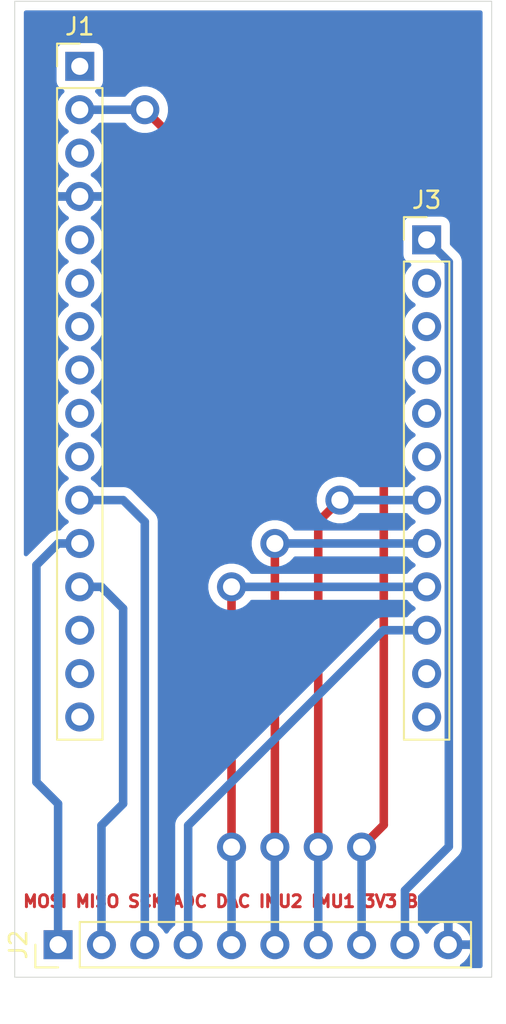
<source format=kicad_pcb>
(kicad_pcb (version 20171130) (host pcbnew "(5.1.6)-1")

  (general
    (thickness 1.6)
    (drawings 9)
    (tracks 60)
    (zones 0)
    (modules 3)
    (nets 29)
  )

  (page A4)
  (layers
    (0 F.Cu signal)
    (31 B.Cu signal)
    (32 B.Adhes user)
    (33 F.Adhes user)
    (34 B.Paste user)
    (35 F.Paste user)
    (36 B.SilkS user)
    (37 F.SilkS user)
    (38 B.Mask user)
    (39 F.Mask user)
    (40 Dwgs.User user)
    (41 Cmts.User user)
    (42 Eco1.User user)
    (43 Eco2.User user)
    (44 Edge.Cuts user)
    (45 Margin user)
    (46 B.CrtYd user)
    (47 F.CrtYd user)
    (48 B.Fab user)
    (49 F.Fab user)
  )

  (setup
    (last_trace_width 0.5)
    (user_trace_width 0.5)
    (trace_clearance 0.2)
    (zone_clearance 0.508)
    (zone_45_only no)
    (trace_min 0.2)
    (via_size 0.8)
    (via_drill 0.4)
    (via_min_size 0.4)
    (via_min_drill 0.3)
    (user_via 1.7 1)
    (uvia_size 0.3)
    (uvia_drill 0.1)
    (uvias_allowed no)
    (uvia_min_size 0.2)
    (uvia_min_drill 0.1)
    (edge_width 0.05)
    (segment_width 0.2)
    (pcb_text_width 0.3)
    (pcb_text_size 1.5 1.5)
    (mod_edge_width 0.12)
    (mod_text_size 1 1)
    (mod_text_width 0.15)
    (pad_size 1.524 1.524)
    (pad_drill 0.762)
    (pad_to_mask_clearance 0.05)
    (aux_axis_origin 0 0)
    (visible_elements 7FFFFFFF)
    (pcbplotparams
      (layerselection 0x01000_7ffffffe)
      (usegerberextensions false)
      (usegerberattributes true)
      (usegerberadvancedattributes true)
      (creategerberjobfile true)
      (excludeedgelayer true)
      (linewidth 0.100000)
      (plotframeref false)
      (viasonmask false)
      (mode 1)
      (useauxorigin false)
      (hpglpennumber 1)
      (hpglpenspeed 20)
      (hpglpendiameter 15.000000)
      (psnegative false)
      (psa4output false)
      (plotreference true)
      (plotvalue true)
      (plotinvisibletext false)
      (padsonsilk false)
      (subtractmaskfromsilk false)
      (outputformat 1)
      (mirror false)
      (drillshape 0)
      (scaleselection 1)
      (outputdirectory "v2/"))
  )

  (net 0 "")
  (net 1 "Net-(J1-Pad16)")
  (net 2 "Net-(J1-Pad15)")
  (net 3 "Net-(J1-Pad14)")
  (net 4 MISO)
  (net 5 MOSI)
  (net 6 SCK)
  (net 7 "Net-(J1-Pad10)")
  (net 8 "Net-(J1-Pad9)")
  (net 9 "Net-(J1-Pad8)")
  (net 10 "Net-(J1-Pad7)")
  (net 11 "Net-(J1-Pad6)")
  (net 12 "Net-(J1-Pad5)")
  (net 13 GND)
  (net 14 "Net-(J1-Pad3)")
  (net 15 3.3V)
  (net 16 "Net-(J1-Pad1)")
  (net 17 BAT)
  (net 18 CS_IMU1)
  (net 19 CS_IMU2)
  (net 20 CS_DAC)
  (net 21 CS_ADC)
  (net 22 "Net-(J3-Pad12)")
  (net 23 "Net-(J3-Pad11)")
  (net 24 "Net-(J3-Pad6)")
  (net 25 "Net-(J3-Pad5)")
  (net 26 "Net-(J3-Pad4)")
  (net 27 "Net-(J3-Pad3)")
  (net 28 "Net-(J3-Pad2)")

  (net_class Default "This is the default net class."
    (clearance 0.2)
    (trace_width 0.25)
    (via_dia 0.8)
    (via_drill 0.4)
    (uvia_dia 0.3)
    (uvia_drill 0.1)
    (add_net 3.3V)
    (add_net BAT)
    (add_net CS_ADC)
    (add_net CS_DAC)
    (add_net CS_IMU1)
    (add_net CS_IMU2)
    (add_net GND)
    (add_net MISO)
    (add_net MOSI)
    (add_net "Net-(J1-Pad1)")
    (add_net "Net-(J1-Pad10)")
    (add_net "Net-(J1-Pad14)")
    (add_net "Net-(J1-Pad15)")
    (add_net "Net-(J1-Pad16)")
    (add_net "Net-(J1-Pad3)")
    (add_net "Net-(J1-Pad5)")
    (add_net "Net-(J1-Pad6)")
    (add_net "Net-(J1-Pad7)")
    (add_net "Net-(J1-Pad8)")
    (add_net "Net-(J1-Pad9)")
    (add_net "Net-(J3-Pad11)")
    (add_net "Net-(J3-Pad12)")
    (add_net "Net-(J3-Pad2)")
    (add_net "Net-(J3-Pad3)")
    (add_net "Net-(J3-Pad4)")
    (add_net "Net-(J3-Pad5)")
    (add_net "Net-(J3-Pad6)")
    (add_net SCK)
  )

  (module Connector_PinHeader_2.54mm:PinHeader_1x10_P2.54mm_Vertical (layer F.Cu) (tedit 59FED5CC) (tstamp 5F1A87FE)
    (at 115.57 139.065 90)
    (descr "Through hole straight pin header, 1x10, 2.54mm pitch, single row")
    (tags "Through hole pin header THT 1x10 2.54mm single row")
    (path /5F182893)
    (fp_text reference J2 (at 0 -2.33 90) (layer F.SilkS)
      (effects (font (size 1 1) (thickness 0.15)))
    )
    (fp_text value Conn_01x10 (at 0 25.19 90) (layer F.Fab)
      (effects (font (size 1 1) (thickness 0.15)))
    )
    (fp_line (start -0.635 -1.27) (end 1.27 -1.27) (layer F.Fab) (width 0.1))
    (fp_line (start 1.27 -1.27) (end 1.27 24.13) (layer F.Fab) (width 0.1))
    (fp_line (start 1.27 24.13) (end -1.27 24.13) (layer F.Fab) (width 0.1))
    (fp_line (start -1.27 24.13) (end -1.27 -0.635) (layer F.Fab) (width 0.1))
    (fp_line (start -1.27 -0.635) (end -0.635 -1.27) (layer F.Fab) (width 0.1))
    (fp_line (start -1.33 24.19) (end 1.33 24.19) (layer F.SilkS) (width 0.12))
    (fp_line (start -1.33 1.27) (end -1.33 24.19) (layer F.SilkS) (width 0.12))
    (fp_line (start 1.33 1.27) (end 1.33 24.19) (layer F.SilkS) (width 0.12))
    (fp_line (start -1.33 1.27) (end 1.33 1.27) (layer F.SilkS) (width 0.12))
    (fp_line (start -1.33 0) (end -1.33 -1.33) (layer F.SilkS) (width 0.12))
    (fp_line (start -1.33 -1.33) (end 0 -1.33) (layer F.SilkS) (width 0.12))
    (fp_line (start -1.8 -1.8) (end -1.8 24.65) (layer F.CrtYd) (width 0.05))
    (fp_line (start -1.8 24.65) (end 1.8 24.65) (layer F.CrtYd) (width 0.05))
    (fp_line (start 1.8 24.65) (end 1.8 -1.8) (layer F.CrtYd) (width 0.05))
    (fp_line (start 1.8 -1.8) (end -1.8 -1.8) (layer F.CrtYd) (width 0.05))
    (fp_text user %R (at 0 11.43) (layer F.Fab)
      (effects (font (size 1 1) (thickness 0.15)))
    )
    (pad 10 thru_hole oval (at 0 22.86 90) (size 1.7 1.7) (drill 1) (layers *.Cu *.Mask)
      (net 13 GND))
    (pad 9 thru_hole oval (at 0 20.32 90) (size 1.7 1.7) (drill 1) (layers *.Cu *.Mask)
      (net 17 BAT))
    (pad 8 thru_hole oval (at 0 17.78 90) (size 1.7 1.7) (drill 1) (layers *.Cu *.Mask)
      (net 15 3.3V))
    (pad 7 thru_hole oval (at 0 15.24 90) (size 1.7 1.7) (drill 1) (layers *.Cu *.Mask)
      (net 18 CS_IMU1))
    (pad 6 thru_hole oval (at 0 12.7 90) (size 1.7 1.7) (drill 1) (layers *.Cu *.Mask)
      (net 19 CS_IMU2))
    (pad 5 thru_hole oval (at 0 10.16 90) (size 1.7 1.7) (drill 1) (layers *.Cu *.Mask)
      (net 20 CS_DAC))
    (pad 4 thru_hole oval (at 0 7.62 90) (size 1.7 1.7) (drill 1) (layers *.Cu *.Mask)
      (net 21 CS_ADC))
    (pad 3 thru_hole oval (at 0 5.08 90) (size 1.7 1.7) (drill 1) (layers *.Cu *.Mask)
      (net 6 SCK))
    (pad 2 thru_hole oval (at 0 2.54 90) (size 1.7 1.7) (drill 1) (layers *.Cu *.Mask)
      (net 4 MISO))
    (pad 1 thru_hole rect (at 0 0 90) (size 1.7 1.7) (drill 1) (layers *.Cu *.Mask)
      (net 5 MOSI))
    (model ${KISYS3DMOD}/Connector_PinHeader_2.54mm.3dshapes/PinHeader_1x10_P2.54mm_Vertical.wrl
      (at (xyz 0 0 0))
      (scale (xyz 1 1 1))
      (rotate (xyz 0 0 0))
    )
  )

  (module Connector_PinHeader_2.54mm:PinHeader_1x16_P2.54mm_Vertical (layer F.Cu) (tedit 59FED5CC) (tstamp 5F171564)
    (at 116.84 87.63)
    (descr "Through hole straight pin header, 1x16, 2.54mm pitch, single row")
    (tags "Through hole pin header THT 1x16 2.54mm single row")
    (path /5F17ED80)
    (fp_text reference J1 (at 0 -2.33) (layer F.SilkS)
      (effects (font (size 1 1) (thickness 0.15)))
    )
    (fp_text value Conn_01x16 (at 0 40.43) (layer F.Fab)
      (effects (font (size 1 1) (thickness 0.15)))
    )
    (fp_line (start -0.635 -1.27) (end 1.27 -1.27) (layer F.Fab) (width 0.1))
    (fp_line (start 1.27 -1.27) (end 1.27 39.37) (layer F.Fab) (width 0.1))
    (fp_line (start 1.27 39.37) (end -1.27 39.37) (layer F.Fab) (width 0.1))
    (fp_line (start -1.27 39.37) (end -1.27 -0.635) (layer F.Fab) (width 0.1))
    (fp_line (start -1.27 -0.635) (end -0.635 -1.27) (layer F.Fab) (width 0.1))
    (fp_line (start -1.33 39.43) (end 1.33 39.43) (layer F.SilkS) (width 0.12))
    (fp_line (start -1.33 1.27) (end -1.33 39.43) (layer F.SilkS) (width 0.12))
    (fp_line (start 1.33 1.27) (end 1.33 39.43) (layer F.SilkS) (width 0.12))
    (fp_line (start -1.33 1.27) (end 1.33 1.27) (layer F.SilkS) (width 0.12))
    (fp_line (start -1.33 0) (end -1.33 -1.33) (layer F.SilkS) (width 0.12))
    (fp_line (start -1.33 -1.33) (end 0 -1.33) (layer F.SilkS) (width 0.12))
    (fp_line (start -1.8 -1.8) (end -1.8 39.9) (layer F.CrtYd) (width 0.05))
    (fp_line (start -1.8 39.9) (end 1.8 39.9) (layer F.CrtYd) (width 0.05))
    (fp_line (start 1.8 39.9) (end 1.8 -1.8) (layer F.CrtYd) (width 0.05))
    (fp_line (start 1.8 -1.8) (end -1.8 -1.8) (layer F.CrtYd) (width 0.05))
    (fp_text user %R (at 0 19.05 90) (layer F.Fab)
      (effects (font (size 1 1) (thickness 0.15)))
    )
    (pad 16 thru_hole oval (at 0 38.1) (size 1.7 1.7) (drill 1) (layers *.Cu *.Mask)
      (net 1 "Net-(J1-Pad16)"))
    (pad 15 thru_hole oval (at 0 35.56) (size 1.7 1.7) (drill 1) (layers *.Cu *.Mask)
      (net 2 "Net-(J1-Pad15)"))
    (pad 14 thru_hole oval (at 0 33.02) (size 1.7 1.7) (drill 1) (layers *.Cu *.Mask)
      (net 3 "Net-(J1-Pad14)"))
    (pad 13 thru_hole oval (at 0 30.48) (size 1.7 1.7) (drill 1) (layers *.Cu *.Mask)
      (net 4 MISO))
    (pad 12 thru_hole oval (at 0 27.94) (size 1.7 1.7) (drill 1) (layers *.Cu *.Mask)
      (net 5 MOSI))
    (pad 11 thru_hole oval (at 0 25.4) (size 1.7 1.7) (drill 1) (layers *.Cu *.Mask)
      (net 6 SCK))
    (pad 10 thru_hole oval (at 0 22.86) (size 1.7 1.7) (drill 1) (layers *.Cu *.Mask)
      (net 7 "Net-(J1-Pad10)"))
    (pad 9 thru_hole oval (at 0 20.32) (size 1.7 1.7) (drill 1) (layers *.Cu *.Mask)
      (net 8 "Net-(J1-Pad9)"))
    (pad 8 thru_hole oval (at 0 17.78) (size 1.7 1.7) (drill 1) (layers *.Cu *.Mask)
      (net 9 "Net-(J1-Pad8)"))
    (pad 7 thru_hole oval (at 0 15.24) (size 1.7 1.7) (drill 1) (layers *.Cu *.Mask)
      (net 10 "Net-(J1-Pad7)"))
    (pad 6 thru_hole oval (at 0 12.7) (size 1.7 1.7) (drill 1) (layers *.Cu *.Mask)
      (net 11 "Net-(J1-Pad6)"))
    (pad 5 thru_hole oval (at 0 10.16) (size 1.7 1.7) (drill 1) (layers *.Cu *.Mask)
      (net 12 "Net-(J1-Pad5)"))
    (pad 4 thru_hole oval (at 0 7.62) (size 1.7 1.7) (drill 1) (layers *.Cu *.Mask)
      (net 13 GND))
    (pad 3 thru_hole oval (at 0 5.08) (size 1.7 1.7) (drill 1) (layers *.Cu *.Mask)
      (net 14 "Net-(J1-Pad3)"))
    (pad 2 thru_hole oval (at 0 2.54) (size 1.7 1.7) (drill 1) (layers *.Cu *.Mask)
      (net 15 3.3V))
    (pad 1 thru_hole rect (at 0 0) (size 1.7 1.7) (drill 1) (layers *.Cu *.Mask)
      (net 16 "Net-(J1-Pad1)"))
    (model ${KISYS3DMOD}/Connector_PinHeader_2.54mm.3dshapes/PinHeader_1x16_P2.54mm_Vertical.wrl
      (at (xyz 0 0 0))
      (scale (xyz 1 1 1))
      (rotate (xyz 0 0 0))
    )
  )

  (module Connector_PinHeader_2.54mm:PinHeader_1x12_P2.54mm_Vertical (layer F.Cu) (tedit 59FED5CC) (tstamp 5F17161F)
    (at 137.16 97.79)
    (descr "Through hole straight pin header, 1x12, 2.54mm pitch, single row")
    (tags "Through hole pin header THT 1x12 2.54mm single row")
    (path /5F17CCCE)
    (fp_text reference J3 (at 0 -2.33) (layer F.SilkS)
      (effects (font (size 1 1) (thickness 0.15)))
    )
    (fp_text value Conn_01x12 (at 0 30.27) (layer F.Fab)
      (effects (font (size 1 1) (thickness 0.15)))
    )
    (fp_line (start -0.635 -1.27) (end 1.27 -1.27) (layer F.Fab) (width 0.1))
    (fp_line (start 1.27 -1.27) (end 1.27 29.21) (layer F.Fab) (width 0.1))
    (fp_line (start 1.27 29.21) (end -1.27 29.21) (layer F.Fab) (width 0.1))
    (fp_line (start -1.27 29.21) (end -1.27 -0.635) (layer F.Fab) (width 0.1))
    (fp_line (start -1.27 -0.635) (end -0.635 -1.27) (layer F.Fab) (width 0.1))
    (fp_line (start -1.33 29.27) (end 1.33 29.27) (layer F.SilkS) (width 0.12))
    (fp_line (start -1.33 1.27) (end -1.33 29.27) (layer F.SilkS) (width 0.12))
    (fp_line (start 1.33 1.27) (end 1.33 29.27) (layer F.SilkS) (width 0.12))
    (fp_line (start -1.33 1.27) (end 1.33 1.27) (layer F.SilkS) (width 0.12))
    (fp_line (start -1.33 0) (end -1.33 -1.33) (layer F.SilkS) (width 0.12))
    (fp_line (start -1.33 -1.33) (end 0 -1.33) (layer F.SilkS) (width 0.12))
    (fp_line (start -1.8 -1.8) (end -1.8 29.75) (layer F.CrtYd) (width 0.05))
    (fp_line (start -1.8 29.75) (end 1.8 29.75) (layer F.CrtYd) (width 0.05))
    (fp_line (start 1.8 29.75) (end 1.8 -1.8) (layer F.CrtYd) (width 0.05))
    (fp_line (start 1.8 -1.8) (end -1.8 -1.8) (layer F.CrtYd) (width 0.05))
    (fp_text user %R (at 0 13.97 90) (layer F.Fab)
      (effects (font (size 1 1) (thickness 0.15)))
    )
    (pad 12 thru_hole oval (at 0 27.94) (size 1.7 1.7) (drill 1) (layers *.Cu *.Mask)
      (net 22 "Net-(J3-Pad12)"))
    (pad 11 thru_hole oval (at 0 25.4) (size 1.7 1.7) (drill 1) (layers *.Cu *.Mask)
      (net 23 "Net-(J3-Pad11)"))
    (pad 10 thru_hole oval (at 0 22.86) (size 1.7 1.7) (drill 1) (layers *.Cu *.Mask)
      (net 21 CS_ADC))
    (pad 9 thru_hole oval (at 0 20.32) (size 1.7 1.7) (drill 1) (layers *.Cu *.Mask)
      (net 20 CS_DAC))
    (pad 8 thru_hole oval (at 0 17.78) (size 1.7 1.7) (drill 1) (layers *.Cu *.Mask)
      (net 19 CS_IMU2))
    (pad 7 thru_hole oval (at 0 15.24) (size 1.7 1.7) (drill 1) (layers *.Cu *.Mask)
      (net 18 CS_IMU1))
    (pad 6 thru_hole oval (at 0 12.7) (size 1.7 1.7) (drill 1) (layers *.Cu *.Mask)
      (net 24 "Net-(J3-Pad6)"))
    (pad 5 thru_hole oval (at 0 10.16) (size 1.7 1.7) (drill 1) (layers *.Cu *.Mask)
      (net 25 "Net-(J3-Pad5)"))
    (pad 4 thru_hole oval (at 0 7.62) (size 1.7 1.7) (drill 1) (layers *.Cu *.Mask)
      (net 26 "Net-(J3-Pad4)"))
    (pad 3 thru_hole oval (at 0 5.08) (size 1.7 1.7) (drill 1) (layers *.Cu *.Mask)
      (net 27 "Net-(J3-Pad3)"))
    (pad 2 thru_hole oval (at 0 2.54) (size 1.7 1.7) (drill 1) (layers *.Cu *.Mask)
      (net 28 "Net-(J3-Pad2)"))
    (pad 1 thru_hole rect (at 0 0) (size 1.7 1.7) (drill 1) (layers *.Cu *.Mask)
      (net 17 BAT))
    (model ${KISYS3DMOD}/Connector_PinHeader_2.54mm.3dshapes/PinHeader_1x12_P2.54mm_Vertical.wrl
      (at (xyz 0 0 0))
      (scale (xyz 1 1 1))
      (rotate (xyz 0 0 0))
    )
  )

  (gr_line (start 113.03 140.97) (end 113.03 83.82) (layer Edge.Cuts) (width 0.05) (tstamp 5F1A8EAC))
  (gr_line (start 140.97 140.97) (end 113.03 140.97) (layer Edge.Cuts) (width 0.05))
  (gr_line (start 140.97 83.82) (end 140.97 140.97) (layer Edge.Cuts) (width 0.05))
  (gr_line (start 113.03 83.82) (end 140.97 83.82) (layer Edge.Cuts) (width 0.05))
  (gr_text "MOSI MISO SCK ADC DAC IMU2 IMU1 3V3 BAT GND" (at 127 136.525) (layer F.Cu)
    (effects (font (size 0.7 0.7) (thickness 0.175)))
  )
  (gr_line (start 113.03 140.97) (end 113.03 83.82) (layer Dwgs.User) (width 0.15))
  (gr_line (start 140.97 140.97) (end 113.03 140.97) (layer Dwgs.User) (width 0.15))
  (gr_line (start 140.97 83.82) (end 140.97 140.97) (layer Dwgs.User) (width 0.15))
  (gr_line (start 113.03 83.82) (end 140.97 83.82) (layer Dwgs.User) (width 0.15))

  (segment (start 119.38 119.38) (end 118.11 118.11) (width 0.5) (layer B.Cu) (net 4))
  (segment (start 118.11 118.11) (end 116.84 118.11) (width 0.5) (layer B.Cu) (net 4))
  (segment (start 119.38 130.81) (end 119.38 119.38) (width 0.5) (layer B.Cu) (net 4))
  (segment (start 118.11 135.89) (end 118.11 132.08) (width 0.5) (layer B.Cu) (net 4))
  (segment (start 118.11 132.08) (end 119.38 130.81) (width 0.5) (layer B.Cu) (net 4))
  (segment (start 118.11 135.89) (end 118.11 139.065) (width 0.5) (layer B.Cu) (net 4))
  (segment (start 114.3 116.84) (end 115.57 115.57) (width 0.5) (layer B.Cu) (net 5))
  (segment (start 115.57 130.81) (end 114.3 129.54) (width 0.5) (layer B.Cu) (net 5))
  (segment (start 115.57 135.89) (end 115.57 130.81) (width 0.5) (layer B.Cu) (net 5))
  (segment (start 115.57 115.57) (end 116.84 115.57) (width 0.5) (layer B.Cu) (net 5))
  (segment (start 114.3 129.54) (end 114.3 116.84) (width 0.5) (layer B.Cu) (net 5))
  (segment (start 115.57 135.89) (end 115.57 139.065) (width 0.5) (layer B.Cu) (net 5))
  (segment (start 120.65 135.89) (end 120.65 114.3) (width 0.5) (layer B.Cu) (net 6))
  (segment (start 119.38 113.03) (end 116.84 113.03) (width 0.5) (layer B.Cu) (net 6))
  (segment (start 120.65 114.3) (end 119.38 113.03) (width 0.5) (layer B.Cu) (net 6))
  (segment (start 120.65 135.89) (end 120.65 139.065) (width 0.5) (layer B.Cu) (net 6))
  (segment (start 133.35 135.89) (end 133.35 133.35) (width 0.5) (layer B.Cu) (net 15))
  (segment (start 133.35 133.35) (end 133.35 133.35) (width 0.5) (layer B.Cu) (net 15) (tstamp 5F1A84FA))
  (via (at 133.35 133.35) (size 1.7) (drill 1) (layers F.Cu B.Cu) (net 15))
  (segment (start 116.84 90.17) (end 120.65 90.17) (width 0.5) (layer B.Cu) (net 15))
  (segment (start 120.65 90.17) (end 120.65 90.17) (width 0.5) (layer B.Cu) (net 15) (tstamp 5F1A85E8))
  (via (at 120.65 90.17) (size 1.7) (drill 1) (layers F.Cu B.Cu) (net 15))
  (segment (start 134.650001 104.170001) (end 120.65 90.17) (width 0.5) (layer F.Cu) (net 15))
  (segment (start 134.650001 132.049999) (end 134.650001 104.170001) (width 0.5) (layer F.Cu) (net 15))
  (segment (start 133.35 133.35) (end 134.650001 132.049999) (width 0.5) (layer F.Cu) (net 15))
  (segment (start 133.35 135.89) (end 133.35 139.065) (width 0.5) (layer B.Cu) (net 15))
  (segment (start 138.460001 133.319999) (end 135.89 135.89) (width 0.5) (layer B.Cu) (net 17))
  (segment (start 138.460001 99.090001) (end 138.460001 133.319999) (width 0.5) (layer B.Cu) (net 17))
  (segment (start 137.16 97.79) (end 138.460001 99.090001) (width 0.5) (layer B.Cu) (net 17))
  (segment (start 135.89 135.89) (end 135.89 139.065) (width 0.5) (layer B.Cu) (net 17))
  (segment (start 130.81 135.89) (end 130.81 133.35) (width 0.5) (layer B.Cu) (net 18))
  (segment (start 130.81 133.35) (end 130.81 133.35) (width 0.5) (layer B.Cu) (net 18) (tstamp 5F1A84F8))
  (via (at 132.08 113.03) (size 1.7) (drill 1) (layers F.Cu B.Cu) (net 18))
  (segment (start 130.81 133.35) (end 130.81 133.35) (width 0.5) (layer B.Cu) (net 18) (tstamp 5F1A86D4))
  (via (at 130.81 133.35) (size 1.7) (drill 1) (layers F.Cu B.Cu) (net 18))
  (segment (start 130.81 114.3) (end 132.08 113.03) (width 0.5) (layer F.Cu) (net 18))
  (segment (start 130.81 133.35) (end 130.81 114.3) (width 0.5) (layer F.Cu) (net 18))
  (segment (start 132.08 113.03) (end 137.16 113.03) (width 0.5) (layer B.Cu) (net 18))
  (segment (start 130.81 135.89) (end 130.81 139.065) (width 0.5) (layer B.Cu) (net 18))
  (segment (start 128.27 135.89) (end 128.27 133.35) (width 0.5) (layer B.Cu) (net 19))
  (segment (start 128.27 133.35) (end 128.27 133.35) (width 0.5) (layer B.Cu) (net 19) (tstamp 5F1A84F6))
  (via (at 128.27 133.35) (size 1.7) (drill 1) (layers F.Cu B.Cu) (net 19))
  (via (at 128.27 115.57) (size 1.7) (drill 1) (layers F.Cu B.Cu) (net 19) (tstamp 5F1A8663))
  (segment (start 128.27 115.57) (end 137.16 115.57) (width 0.5) (layer B.Cu) (net 19))
  (segment (start 128.27 115.57) (end 128.27 133.35) (width 0.5) (layer F.Cu) (net 19))
  (segment (start 128.27 135.89) (end 128.27 139.065) (width 0.5) (layer B.Cu) (net 19))
  (segment (start 125.73 135.89) (end 125.73 133.35) (width 0.5) (layer B.Cu) (net 20))
  (segment (start 125.73 133.35) (end 125.73 133.35) (width 0.5) (layer B.Cu) (net 20) (tstamp 5F1A84F4))
  (via (at 125.73 133.35) (size 1.7) (drill 1) (layers F.Cu B.Cu) (net 20))
  (segment (start 128.905 118.11) (end 128.905 118.11) (width 0.5) (layer B.Cu) (net 20) (tstamp 5F1A8631))
  (segment (start 137.16 118.11) (end 128.905 118.11) (width 0.5) (layer B.Cu) (net 20))
  (segment (start 128.905 118.11) (end 125.73 118.11) (width 0.5) (layer B.Cu) (net 20))
  (segment (start 125.73 118.11) (end 125.73 118.11) (width 0.5) (layer B.Cu) (net 20) (tstamp 5F1A8677))
  (via (at 125.73 118.11) (size 1.7) (drill 1) (layers F.Cu B.Cu) (net 20))
  (segment (start 125.73 118.11) (end 125.73 133.35) (width 0.5) (layer F.Cu) (net 20))
  (segment (start 125.73 135.89) (end 125.73 139.065) (width 0.5) (layer B.Cu) (net 20))
  (segment (start 123.19 135.89) (end 123.19 132.08) (width 0.5) (layer B.Cu) (net 21))
  (segment (start 134.62 120.65) (end 137.16 120.65) (width 0.5) (layer B.Cu) (net 21))
  (segment (start 123.19 132.08) (end 134.62 120.65) (width 0.5) (layer B.Cu) (net 21))
  (segment (start 123.19 135.89) (end 123.19 139.065) (width 0.5) (layer B.Cu) (net 21))

  (zone (net 13) (net_name GND) (layer B.Cu) (tstamp 5F1A897D) (hatch edge 0.508)
    (connect_pads (clearance 0.508))
    (min_thickness 0.254)
    (fill yes (arc_segments 32) (thermal_gap 0.508) (thermal_bridge_width 0.508))
    (polygon
      (pts
        (xy 140.97 140.97) (xy 113.03 140.97) (xy 113.03 83.82) (xy 140.97 83.82)
      )
    )
    (filled_polygon
      (pts
        (xy 140.310001 140.31) (xy 139.232637 140.31) (xy 139.430269 140.162588) (xy 139.625178 139.946355) (xy 139.774157 139.696252)
        (xy 139.871481 139.421891) (xy 139.750814 139.192) (xy 138.557 139.192) (xy 138.557 139.212) (xy 138.303 139.212)
        (xy 138.303 139.192) (xy 138.283 139.192) (xy 138.283 138.938) (xy 138.303 138.938) (xy 138.303 137.744845)
        (xy 138.557 137.744845) (xy 138.557 138.938) (xy 139.750814 138.938) (xy 139.871481 138.708109) (xy 139.774157 138.433748)
        (xy 139.625178 138.183645) (xy 139.430269 137.967412) (xy 139.19692 137.793359) (xy 138.934099 137.668175) (xy 138.78689 137.623524)
        (xy 138.557 137.744845) (xy 138.303 137.744845) (xy 138.07311 137.623524) (xy 137.925901 137.668175) (xy 137.66308 137.793359)
        (xy 137.429731 137.967412) (xy 137.234822 138.183645) (xy 137.165195 138.300534) (xy 137.043475 138.118368) (xy 136.836632 137.911525)
        (xy 136.775 137.870344) (xy 136.775 136.256578) (xy 139.05505 133.976529) (xy 139.088818 133.948816) (xy 139.199412 133.814058)
        (xy 139.28159 133.660312) (xy 139.332196 133.493489) (xy 139.345001 133.363476) (xy 139.345001 133.363466) (xy 139.349282 133.32)
        (xy 139.345001 133.276534) (xy 139.345001 99.133467) (xy 139.349282 99.09) (xy 139.345001 99.046534) (xy 139.345001 99.046524)
        (xy 139.332196 98.916511) (xy 139.28159 98.749688) (xy 139.199412 98.595942) (xy 139.088818 98.461184) (xy 139.055051 98.433472)
        (xy 138.648072 98.026493) (xy 138.648072 96.94) (xy 138.635812 96.815518) (xy 138.599502 96.69582) (xy 138.540537 96.585506)
        (xy 138.461185 96.488815) (xy 138.364494 96.409463) (xy 138.25418 96.350498) (xy 138.134482 96.314188) (xy 138.01 96.301928)
        (xy 136.31 96.301928) (xy 136.185518 96.314188) (xy 136.06582 96.350498) (xy 135.955506 96.409463) (xy 135.858815 96.488815)
        (xy 135.779463 96.585506) (xy 135.720498 96.69582) (xy 135.684188 96.815518) (xy 135.671928 96.94) (xy 135.671928 98.64)
        (xy 135.684188 98.764482) (xy 135.720498 98.88418) (xy 135.779463 98.994494) (xy 135.858815 99.091185) (xy 135.955506 99.170537)
        (xy 136.06582 99.229502) (xy 136.13838 99.251513) (xy 136.006525 99.383368) (xy 135.84401 99.626589) (xy 135.732068 99.896842)
        (xy 135.675 100.18374) (xy 135.675 100.47626) (xy 135.732068 100.763158) (xy 135.84401 101.033411) (xy 136.006525 101.276632)
        (xy 136.213368 101.483475) (xy 136.38776 101.6) (xy 136.213368 101.716525) (xy 136.006525 101.923368) (xy 135.84401 102.166589)
        (xy 135.732068 102.436842) (xy 135.675 102.72374) (xy 135.675 103.01626) (xy 135.732068 103.303158) (xy 135.84401 103.573411)
        (xy 136.006525 103.816632) (xy 136.213368 104.023475) (xy 136.38776 104.14) (xy 136.213368 104.256525) (xy 136.006525 104.463368)
        (xy 135.84401 104.706589) (xy 135.732068 104.976842) (xy 135.675 105.26374) (xy 135.675 105.55626) (xy 135.732068 105.843158)
        (xy 135.84401 106.113411) (xy 136.006525 106.356632) (xy 136.213368 106.563475) (xy 136.38776 106.68) (xy 136.213368 106.796525)
        (xy 136.006525 107.003368) (xy 135.84401 107.246589) (xy 135.732068 107.516842) (xy 135.675 107.80374) (xy 135.675 108.09626)
        (xy 135.732068 108.383158) (xy 135.84401 108.653411) (xy 136.006525 108.896632) (xy 136.213368 109.103475) (xy 136.38776 109.22)
        (xy 136.213368 109.336525) (xy 136.006525 109.543368) (xy 135.84401 109.786589) (xy 135.732068 110.056842) (xy 135.675 110.34374)
        (xy 135.675 110.63626) (xy 135.732068 110.923158) (xy 135.84401 111.193411) (xy 136.006525 111.436632) (xy 136.213368 111.643475)
        (xy 136.38776 111.76) (xy 136.213368 111.876525) (xy 136.006525 112.083368) (xy 135.965344 112.145) (xy 133.274656 112.145)
        (xy 133.233475 112.083368) (xy 133.026632 111.876525) (xy 132.783411 111.71401) (xy 132.513158 111.602068) (xy 132.22626 111.545)
        (xy 131.93374 111.545) (xy 131.646842 111.602068) (xy 131.376589 111.71401) (xy 131.133368 111.876525) (xy 130.926525 112.083368)
        (xy 130.76401 112.326589) (xy 130.652068 112.596842) (xy 130.595 112.88374) (xy 130.595 113.17626) (xy 130.652068 113.463158)
        (xy 130.76401 113.733411) (xy 130.926525 113.976632) (xy 131.133368 114.183475) (xy 131.376589 114.34599) (xy 131.646842 114.457932)
        (xy 131.93374 114.515) (xy 132.22626 114.515) (xy 132.513158 114.457932) (xy 132.783411 114.34599) (xy 133.026632 114.183475)
        (xy 133.233475 113.976632) (xy 133.274656 113.915) (xy 135.965344 113.915) (xy 136.006525 113.976632) (xy 136.213368 114.183475)
        (xy 136.38776 114.3) (xy 136.213368 114.416525) (xy 136.006525 114.623368) (xy 135.965344 114.685) (xy 129.464656 114.685)
        (xy 129.423475 114.623368) (xy 129.216632 114.416525) (xy 128.973411 114.25401) (xy 128.703158 114.142068) (xy 128.41626 114.085)
        (xy 128.12374 114.085) (xy 127.836842 114.142068) (xy 127.566589 114.25401) (xy 127.323368 114.416525) (xy 127.116525 114.623368)
        (xy 126.95401 114.866589) (xy 126.842068 115.136842) (xy 126.785 115.42374) (xy 126.785 115.71626) (xy 126.842068 116.003158)
        (xy 126.95401 116.273411) (xy 127.116525 116.516632) (xy 127.323368 116.723475) (xy 127.566589 116.88599) (xy 127.836842 116.997932)
        (xy 128.12374 117.055) (xy 128.41626 117.055) (xy 128.703158 116.997932) (xy 128.973411 116.88599) (xy 129.216632 116.723475)
        (xy 129.423475 116.516632) (xy 129.464656 116.455) (xy 135.965344 116.455) (xy 136.006525 116.516632) (xy 136.213368 116.723475)
        (xy 136.38776 116.84) (xy 136.213368 116.956525) (xy 136.006525 117.163368) (xy 135.965344 117.225) (xy 126.924656 117.225)
        (xy 126.883475 117.163368) (xy 126.676632 116.956525) (xy 126.433411 116.79401) (xy 126.163158 116.682068) (xy 125.87626 116.625)
        (xy 125.58374 116.625) (xy 125.296842 116.682068) (xy 125.026589 116.79401) (xy 124.783368 116.956525) (xy 124.576525 117.163368)
        (xy 124.41401 117.406589) (xy 124.302068 117.676842) (xy 124.245 117.96374) (xy 124.245 118.25626) (xy 124.302068 118.543158)
        (xy 124.41401 118.813411) (xy 124.576525 119.056632) (xy 124.783368 119.263475) (xy 125.026589 119.42599) (xy 125.296842 119.537932)
        (xy 125.58374 119.595) (xy 125.87626 119.595) (xy 126.163158 119.537932) (xy 126.433411 119.42599) (xy 126.676632 119.263475)
        (xy 126.883475 119.056632) (xy 126.924656 118.995) (xy 135.965344 118.995) (xy 136.006525 119.056632) (xy 136.213368 119.263475)
        (xy 136.38776 119.38) (xy 136.213368 119.496525) (xy 136.006525 119.703368) (xy 135.965344 119.765) (xy 134.663466 119.765)
        (xy 134.619999 119.760719) (xy 134.576533 119.765) (xy 134.576523 119.765) (xy 134.44651 119.777805) (xy 134.279687 119.828411)
        (xy 134.125941 119.910589) (xy 134.125939 119.91059) (xy 134.12594 119.91059) (xy 134.024953 119.993468) (xy 134.024951 119.99347)
        (xy 133.991183 120.021183) (xy 133.96347 120.054951) (xy 122.594952 131.42347) (xy 122.561184 131.451183) (xy 122.533471 131.484951)
        (xy 122.533468 131.484954) (xy 122.45059 131.585941) (xy 122.368412 131.739687) (xy 122.317805 131.90651) (xy 122.300719 132.08)
        (xy 122.305001 132.123479) (xy 122.305 135.846523) (xy 122.305 135.846524) (xy 122.305001 137.870343) (xy 122.243368 137.911525)
        (xy 122.036525 138.118368) (xy 121.92 138.29276) (xy 121.803475 138.118368) (xy 121.596632 137.911525) (xy 121.535 137.870344)
        (xy 121.535 114.343465) (xy 121.539281 114.299999) (xy 121.535 114.256533) (xy 121.535 114.256523) (xy 121.522195 114.12651)
        (xy 121.471589 113.959687) (xy 121.389411 113.805941) (xy 121.278817 113.671183) (xy 121.245049 113.64347) (xy 120.036534 112.434956)
        (xy 120.008817 112.401183) (xy 119.874059 112.290589) (xy 119.720313 112.208411) (xy 119.55349 112.157805) (xy 119.423477 112.145)
        (xy 119.423469 112.145) (xy 119.38 112.140719) (xy 119.336531 112.145) (xy 118.034656 112.145) (xy 117.993475 112.083368)
        (xy 117.786632 111.876525) (xy 117.61224 111.76) (xy 117.786632 111.643475) (xy 117.993475 111.436632) (xy 118.15599 111.193411)
        (xy 118.267932 110.923158) (xy 118.325 110.63626) (xy 118.325 110.34374) (xy 118.267932 110.056842) (xy 118.15599 109.786589)
        (xy 117.993475 109.543368) (xy 117.786632 109.336525) (xy 117.61224 109.22) (xy 117.786632 109.103475) (xy 117.993475 108.896632)
        (xy 118.15599 108.653411) (xy 118.267932 108.383158) (xy 118.325 108.09626) (xy 118.325 107.80374) (xy 118.267932 107.516842)
        (xy 118.15599 107.246589) (xy 117.993475 107.003368) (xy 117.786632 106.796525) (xy 117.61224 106.68) (xy 117.786632 106.563475)
        (xy 117.993475 106.356632) (xy 118.15599 106.113411) (xy 118.267932 105.843158) (xy 118.325 105.55626) (xy 118.325 105.26374)
        (xy 118.267932 104.976842) (xy 118.15599 104.706589) (xy 117.993475 104.463368) (xy 117.786632 104.256525) (xy 117.61224 104.14)
        (xy 117.786632 104.023475) (xy 117.993475 103.816632) (xy 118.15599 103.573411) (xy 118.267932 103.303158) (xy 118.325 103.01626)
        (xy 118.325 102.72374) (xy 118.267932 102.436842) (xy 118.15599 102.166589) (xy 117.993475 101.923368) (xy 117.786632 101.716525)
        (xy 117.61224 101.6) (xy 117.786632 101.483475) (xy 117.993475 101.276632) (xy 118.15599 101.033411) (xy 118.267932 100.763158)
        (xy 118.325 100.47626) (xy 118.325 100.18374) (xy 118.267932 99.896842) (xy 118.15599 99.626589) (xy 117.993475 99.383368)
        (xy 117.786632 99.176525) (xy 117.61224 99.06) (xy 117.786632 98.943475) (xy 117.993475 98.736632) (xy 118.15599 98.493411)
        (xy 118.267932 98.223158) (xy 118.325 97.93626) (xy 118.325 97.64374) (xy 118.267932 97.356842) (xy 118.15599 97.086589)
        (xy 117.993475 96.843368) (xy 117.786632 96.636525) (xy 117.604466 96.514805) (xy 117.721355 96.445178) (xy 117.937588 96.250269)
        (xy 118.111641 96.01692) (xy 118.236825 95.754099) (xy 118.281476 95.60689) (xy 118.160155 95.377) (xy 116.967 95.377)
        (xy 116.967 95.397) (xy 116.713 95.397) (xy 116.713 95.377) (xy 115.519845 95.377) (xy 115.398524 95.60689)
        (xy 115.443175 95.754099) (xy 115.568359 96.01692) (xy 115.742412 96.250269) (xy 115.958645 96.445178) (xy 116.075534 96.514805)
        (xy 115.893368 96.636525) (xy 115.686525 96.843368) (xy 115.52401 97.086589) (xy 115.412068 97.356842) (xy 115.355 97.64374)
        (xy 115.355 97.93626) (xy 115.412068 98.223158) (xy 115.52401 98.493411) (xy 115.686525 98.736632) (xy 115.893368 98.943475)
        (xy 116.06776 99.06) (xy 115.893368 99.176525) (xy 115.686525 99.383368) (xy 115.52401 99.626589) (xy 115.412068 99.896842)
        (xy 115.355 100.18374) (xy 115.355 100.47626) (xy 115.412068 100.763158) (xy 115.52401 101.033411) (xy 115.686525 101.276632)
        (xy 115.893368 101.483475) (xy 116.06776 101.6) (xy 115.893368 101.716525) (xy 115.686525 101.923368) (xy 115.52401 102.166589)
        (xy 115.412068 102.436842) (xy 115.355 102.72374) (xy 115.355 103.01626) (xy 115.412068 103.303158) (xy 115.52401 103.573411)
        (xy 115.686525 103.816632) (xy 115.893368 104.023475) (xy 116.06776 104.14) (xy 115.893368 104.256525) (xy 115.686525 104.463368)
        (xy 115.52401 104.706589) (xy 115.412068 104.976842) (xy 115.355 105.26374) (xy 115.355 105.55626) (xy 115.412068 105.843158)
        (xy 115.52401 106.113411) (xy 115.686525 106.356632) (xy 115.893368 106.563475) (xy 116.06776 106.68) (xy 115.893368 106.796525)
        (xy 115.686525 107.003368) (xy 115.52401 107.246589) (xy 115.412068 107.516842) (xy 115.355 107.80374) (xy 115.355 108.09626)
        (xy 115.412068 108.383158) (xy 115.52401 108.653411) (xy 115.686525 108.896632) (xy 115.893368 109.103475) (xy 116.06776 109.22)
        (xy 115.893368 109.336525) (xy 115.686525 109.543368) (xy 115.52401 109.786589) (xy 115.412068 110.056842) (xy 115.355 110.34374)
        (xy 115.355 110.63626) (xy 115.412068 110.923158) (xy 115.52401 111.193411) (xy 115.686525 111.436632) (xy 115.893368 111.643475)
        (xy 116.06776 111.76) (xy 115.893368 111.876525) (xy 115.686525 112.083368) (xy 115.52401 112.326589) (xy 115.412068 112.596842)
        (xy 115.355 112.88374) (xy 115.355 113.17626) (xy 115.412068 113.463158) (xy 115.52401 113.733411) (xy 115.686525 113.976632)
        (xy 115.893368 114.183475) (xy 116.06776 114.3) (xy 115.893368 114.416525) (xy 115.686525 114.623368) (xy 115.645344 114.685)
        (xy 115.613465 114.685) (xy 115.569999 114.680719) (xy 115.526533 114.685) (xy 115.526523 114.685) (xy 115.39651 114.697805)
        (xy 115.229687 114.748411) (xy 115.075941 114.830589) (xy 115.075939 114.83059) (xy 115.07594 114.83059) (xy 114.974953 114.913468)
        (xy 114.974951 114.91347) (xy 114.941183 114.941183) (xy 114.91347 114.974951) (xy 113.704951 116.183471) (xy 113.69 116.195741)
        (xy 113.69 86.78) (xy 115.351928 86.78) (xy 115.351928 88.48) (xy 115.364188 88.604482) (xy 115.400498 88.72418)
        (xy 115.459463 88.834494) (xy 115.538815 88.931185) (xy 115.635506 89.010537) (xy 115.74582 89.069502) (xy 115.81838 89.091513)
        (xy 115.686525 89.223368) (xy 115.52401 89.466589) (xy 115.412068 89.736842) (xy 115.355 90.02374) (xy 115.355 90.31626)
        (xy 115.412068 90.603158) (xy 115.52401 90.873411) (xy 115.686525 91.116632) (xy 115.893368 91.323475) (xy 116.06776 91.44)
        (xy 115.893368 91.556525) (xy 115.686525 91.763368) (xy 115.52401 92.006589) (xy 115.412068 92.276842) (xy 115.355 92.56374)
        (xy 115.355 92.85626) (xy 115.412068 93.143158) (xy 115.52401 93.413411) (xy 115.686525 93.656632) (xy 115.893368 93.863475)
        (xy 116.075534 93.985195) (xy 115.958645 94.054822) (xy 115.742412 94.249731) (xy 115.568359 94.48308) (xy 115.443175 94.745901)
        (xy 115.398524 94.89311) (xy 115.519845 95.123) (xy 116.713 95.123) (xy 116.713 95.103) (xy 116.967 95.103)
        (xy 116.967 95.123) (xy 118.160155 95.123) (xy 118.281476 94.89311) (xy 118.236825 94.745901) (xy 118.111641 94.48308)
        (xy 117.937588 94.249731) (xy 117.721355 94.054822) (xy 117.604466 93.985195) (xy 117.786632 93.863475) (xy 117.993475 93.656632)
        (xy 118.15599 93.413411) (xy 118.267932 93.143158) (xy 118.325 92.85626) (xy 118.325 92.56374) (xy 118.267932 92.276842)
        (xy 118.15599 92.006589) (xy 117.993475 91.763368) (xy 117.786632 91.556525) (xy 117.61224 91.44) (xy 117.786632 91.323475)
        (xy 117.993475 91.116632) (xy 118.034656 91.055) (xy 119.455344 91.055) (xy 119.496525 91.116632) (xy 119.703368 91.323475)
        (xy 119.946589 91.48599) (xy 120.216842 91.597932) (xy 120.50374 91.655) (xy 120.79626 91.655) (xy 121.083158 91.597932)
        (xy 121.353411 91.48599) (xy 121.596632 91.323475) (xy 121.803475 91.116632) (xy 121.96599 90.873411) (xy 122.077932 90.603158)
        (xy 122.135 90.31626) (xy 122.135 90.02374) (xy 122.077932 89.736842) (xy 121.96599 89.466589) (xy 121.803475 89.223368)
        (xy 121.596632 89.016525) (xy 121.353411 88.85401) (xy 121.083158 88.742068) (xy 120.79626 88.685) (xy 120.50374 88.685)
        (xy 120.216842 88.742068) (xy 119.946589 88.85401) (xy 119.703368 89.016525) (xy 119.496525 89.223368) (xy 119.455344 89.285)
        (xy 118.034656 89.285) (xy 117.993475 89.223368) (xy 117.86162 89.091513) (xy 117.93418 89.069502) (xy 118.044494 89.010537)
        (xy 118.141185 88.931185) (xy 118.220537 88.834494) (xy 118.279502 88.72418) (xy 118.315812 88.604482) (xy 118.328072 88.48)
        (xy 118.328072 86.78) (xy 118.315812 86.655518) (xy 118.279502 86.53582) (xy 118.220537 86.425506) (xy 118.141185 86.328815)
        (xy 118.044494 86.249463) (xy 117.93418 86.190498) (xy 117.814482 86.154188) (xy 117.69 86.141928) (xy 115.99 86.141928)
        (xy 115.865518 86.154188) (xy 115.74582 86.190498) (xy 115.635506 86.249463) (xy 115.538815 86.328815) (xy 115.459463 86.425506)
        (xy 115.400498 86.53582) (xy 115.364188 86.655518) (xy 115.351928 86.78) (xy 113.69 86.78) (xy 113.69 84.48)
        (xy 140.31 84.48)
      )
    )
  )
)

</source>
